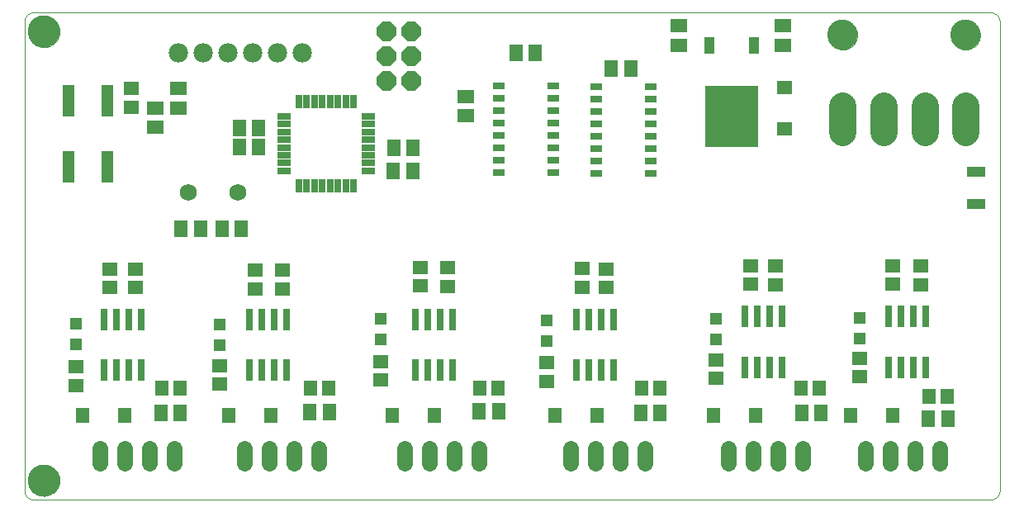
<source format=gts>
G75*
%MOIN*%
%OFA0B0*%
%FSLAX24Y24*%
%IPPOS*%
%LPD*%
%AMOC8*
5,1,8,0,0,1.08239X$1,22.5*
%
%ADD10C,0.0000*%
%ADD11C,0.1300*%
%ADD12R,0.0276X0.0906*%
%ADD13R,0.0540X0.0619*%
%ADD14R,0.0512X0.0512*%
%ADD15R,0.0631X0.0552*%
%ADD16C,0.0640*%
%ADD17R,0.0552X0.0631*%
%ADD18R,0.0552X0.0670*%
%ADD19R,0.0540X0.0260*%
%ADD20R,0.0260X0.0540*%
%ADD21C,0.0690*%
%ADD22OC8,0.0780*%
%ADD23R,0.0512X0.1300*%
%ADD24C,0.0780*%
%ADD25R,0.0670X0.0552*%
%ADD26R,0.0434X0.0670*%
%ADD27R,0.2166X0.2481*%
%ADD28C,0.1221*%
%ADD29C,0.1103*%
%ADD30R,0.0619X0.0540*%
%ADD31R,0.0512X0.0276*%
%ADD32R,0.0749X0.0434*%
D10*
X000754Y002824D02*
X039336Y002824D01*
X039375Y002826D01*
X039413Y002832D01*
X039450Y002841D01*
X039487Y002854D01*
X039522Y002871D01*
X039555Y002890D01*
X039586Y002913D01*
X039615Y002939D01*
X039641Y002968D01*
X039664Y002999D01*
X039683Y003032D01*
X039700Y003067D01*
X039713Y003104D01*
X039722Y003141D01*
X039728Y003179D01*
X039730Y003218D01*
X039730Y022115D01*
X039728Y022154D01*
X039722Y022192D01*
X039713Y022229D01*
X039700Y022266D01*
X039683Y022301D01*
X039664Y022334D01*
X039641Y022365D01*
X039615Y022394D01*
X039586Y022420D01*
X039555Y022443D01*
X039522Y022462D01*
X039487Y022479D01*
X039450Y022492D01*
X039413Y022501D01*
X039375Y022507D01*
X039336Y022509D01*
X000754Y022509D01*
X000715Y022507D01*
X000677Y022501D01*
X000640Y022492D01*
X000603Y022479D01*
X000568Y022462D01*
X000535Y022443D01*
X000504Y022420D01*
X000475Y022394D01*
X000449Y022365D01*
X000426Y022334D01*
X000407Y022301D01*
X000390Y022266D01*
X000377Y022229D01*
X000368Y022192D01*
X000362Y022154D01*
X000360Y022115D01*
X000360Y003218D01*
X000362Y003179D01*
X000368Y003141D01*
X000377Y003104D01*
X000390Y003067D01*
X000407Y003032D01*
X000426Y002999D01*
X000449Y002968D01*
X000475Y002939D01*
X000504Y002913D01*
X000535Y002890D01*
X000568Y002871D01*
X000603Y002854D01*
X000640Y002841D01*
X000677Y002832D01*
X000715Y002826D01*
X000754Y002824D01*
X000517Y003611D02*
X000519Y003661D01*
X000525Y003711D01*
X000535Y003760D01*
X000549Y003808D01*
X000566Y003855D01*
X000587Y003900D01*
X000612Y003944D01*
X000640Y003985D01*
X000672Y004024D01*
X000706Y004061D01*
X000743Y004095D01*
X000783Y004125D01*
X000825Y004152D01*
X000869Y004176D01*
X000915Y004197D01*
X000962Y004213D01*
X001010Y004226D01*
X001060Y004235D01*
X001109Y004240D01*
X001160Y004241D01*
X001210Y004238D01*
X001259Y004231D01*
X001308Y004220D01*
X001356Y004205D01*
X001402Y004187D01*
X001447Y004165D01*
X001490Y004139D01*
X001531Y004110D01*
X001570Y004078D01*
X001606Y004043D01*
X001638Y004005D01*
X001668Y003965D01*
X001695Y003922D01*
X001718Y003878D01*
X001737Y003832D01*
X001753Y003784D01*
X001765Y003735D01*
X001773Y003686D01*
X001777Y003636D01*
X001777Y003586D01*
X001773Y003536D01*
X001765Y003487D01*
X001753Y003438D01*
X001737Y003390D01*
X001718Y003344D01*
X001695Y003300D01*
X001668Y003257D01*
X001638Y003217D01*
X001606Y003179D01*
X001570Y003144D01*
X001531Y003112D01*
X001490Y003083D01*
X001447Y003057D01*
X001402Y003035D01*
X001356Y003017D01*
X001308Y003002D01*
X001259Y002991D01*
X001210Y002984D01*
X001160Y002981D01*
X001109Y002982D01*
X001060Y002987D01*
X001010Y002996D01*
X000962Y003009D01*
X000915Y003025D01*
X000869Y003046D01*
X000825Y003070D01*
X000783Y003097D01*
X000743Y003127D01*
X000706Y003161D01*
X000672Y003198D01*
X000640Y003237D01*
X000612Y003278D01*
X000587Y003322D01*
X000566Y003367D01*
X000549Y003414D01*
X000535Y003462D01*
X000525Y003511D01*
X000519Y003561D01*
X000517Y003611D01*
X000517Y021722D02*
X000519Y021772D01*
X000525Y021822D01*
X000535Y021871D01*
X000549Y021919D01*
X000566Y021966D01*
X000587Y022011D01*
X000612Y022055D01*
X000640Y022096D01*
X000672Y022135D01*
X000706Y022172D01*
X000743Y022206D01*
X000783Y022236D01*
X000825Y022263D01*
X000869Y022287D01*
X000915Y022308D01*
X000962Y022324D01*
X001010Y022337D01*
X001060Y022346D01*
X001109Y022351D01*
X001160Y022352D01*
X001210Y022349D01*
X001259Y022342D01*
X001308Y022331D01*
X001356Y022316D01*
X001402Y022298D01*
X001447Y022276D01*
X001490Y022250D01*
X001531Y022221D01*
X001570Y022189D01*
X001606Y022154D01*
X001638Y022116D01*
X001668Y022076D01*
X001695Y022033D01*
X001718Y021989D01*
X001737Y021943D01*
X001753Y021895D01*
X001765Y021846D01*
X001773Y021797D01*
X001777Y021747D01*
X001777Y021697D01*
X001773Y021647D01*
X001765Y021598D01*
X001753Y021549D01*
X001737Y021501D01*
X001718Y021455D01*
X001695Y021411D01*
X001668Y021368D01*
X001638Y021328D01*
X001606Y021290D01*
X001570Y021255D01*
X001531Y021223D01*
X001490Y021194D01*
X001447Y021168D01*
X001402Y021146D01*
X001356Y021128D01*
X001308Y021113D01*
X001259Y021102D01*
X001210Y021095D01*
X001160Y021092D01*
X001109Y021093D01*
X001060Y021098D01*
X001010Y021107D01*
X000962Y021120D01*
X000915Y021136D01*
X000869Y021157D01*
X000825Y021181D01*
X000783Y021208D01*
X000743Y021238D01*
X000706Y021272D01*
X000672Y021309D01*
X000640Y021348D01*
X000612Y021389D01*
X000587Y021433D01*
X000566Y021478D01*
X000549Y021525D01*
X000535Y021573D01*
X000525Y021622D01*
X000519Y021672D01*
X000517Y021722D01*
X032795Y021590D02*
X032797Y021638D01*
X032803Y021686D01*
X032813Y021733D01*
X032826Y021779D01*
X032844Y021824D01*
X032864Y021868D01*
X032889Y021910D01*
X032917Y021949D01*
X032947Y021986D01*
X032981Y022020D01*
X033018Y022052D01*
X033056Y022081D01*
X033097Y022106D01*
X033140Y022128D01*
X033185Y022146D01*
X033231Y022160D01*
X033278Y022171D01*
X033326Y022178D01*
X033374Y022181D01*
X033422Y022180D01*
X033470Y022175D01*
X033518Y022166D01*
X033564Y022154D01*
X033609Y022137D01*
X033653Y022117D01*
X033695Y022094D01*
X033735Y022067D01*
X033773Y022037D01*
X033808Y022004D01*
X033840Y021968D01*
X033870Y021930D01*
X033896Y021889D01*
X033918Y021846D01*
X033938Y021802D01*
X033953Y021757D01*
X033965Y021710D01*
X033973Y021662D01*
X033977Y021614D01*
X033977Y021566D01*
X033973Y021518D01*
X033965Y021470D01*
X033953Y021423D01*
X033938Y021378D01*
X033918Y021334D01*
X033896Y021291D01*
X033870Y021250D01*
X033840Y021212D01*
X033808Y021176D01*
X033773Y021143D01*
X033735Y021113D01*
X033695Y021086D01*
X033653Y021063D01*
X033609Y021043D01*
X033564Y021026D01*
X033518Y021014D01*
X033470Y021005D01*
X033422Y021000D01*
X033374Y020999D01*
X033326Y021002D01*
X033278Y021009D01*
X033231Y021020D01*
X033185Y021034D01*
X033140Y021052D01*
X033097Y021074D01*
X033056Y021099D01*
X033018Y021128D01*
X032981Y021160D01*
X032947Y021194D01*
X032917Y021231D01*
X032889Y021270D01*
X032864Y021312D01*
X032844Y021356D01*
X032826Y021401D01*
X032813Y021447D01*
X032803Y021494D01*
X032797Y021542D01*
X032795Y021590D01*
X037755Y021590D02*
X037757Y021638D01*
X037763Y021686D01*
X037773Y021733D01*
X037786Y021779D01*
X037804Y021824D01*
X037824Y021868D01*
X037849Y021910D01*
X037877Y021949D01*
X037907Y021986D01*
X037941Y022020D01*
X037978Y022052D01*
X038016Y022081D01*
X038057Y022106D01*
X038100Y022128D01*
X038145Y022146D01*
X038191Y022160D01*
X038238Y022171D01*
X038286Y022178D01*
X038334Y022181D01*
X038382Y022180D01*
X038430Y022175D01*
X038478Y022166D01*
X038524Y022154D01*
X038569Y022137D01*
X038613Y022117D01*
X038655Y022094D01*
X038695Y022067D01*
X038733Y022037D01*
X038768Y022004D01*
X038800Y021968D01*
X038830Y021930D01*
X038856Y021889D01*
X038878Y021846D01*
X038898Y021802D01*
X038913Y021757D01*
X038925Y021710D01*
X038933Y021662D01*
X038937Y021614D01*
X038937Y021566D01*
X038933Y021518D01*
X038925Y021470D01*
X038913Y021423D01*
X038898Y021378D01*
X038878Y021334D01*
X038856Y021291D01*
X038830Y021250D01*
X038800Y021212D01*
X038768Y021176D01*
X038733Y021143D01*
X038695Y021113D01*
X038655Y021086D01*
X038613Y021063D01*
X038569Y021043D01*
X038524Y021026D01*
X038478Y021014D01*
X038430Y021005D01*
X038382Y021000D01*
X038334Y020999D01*
X038286Y021002D01*
X038238Y021009D01*
X038191Y021020D01*
X038145Y021034D01*
X038100Y021052D01*
X038057Y021074D01*
X038016Y021099D01*
X037978Y021128D01*
X037941Y021160D01*
X037907Y021194D01*
X037877Y021231D01*
X037849Y021270D01*
X037824Y021312D01*
X037804Y021356D01*
X037786Y021401D01*
X037773Y021447D01*
X037763Y021494D01*
X037757Y021542D01*
X037755Y021590D01*
D11*
X001147Y021722D03*
X001147Y003611D03*
D12*
X003573Y008054D03*
X004073Y008054D03*
X004573Y008054D03*
X005073Y008054D03*
X005073Y010101D03*
X004573Y010101D03*
X004073Y010101D03*
X003573Y010101D03*
X009450Y010101D03*
X009950Y010101D03*
X010450Y010101D03*
X010950Y010101D03*
X010950Y008054D03*
X010450Y008054D03*
X009950Y008054D03*
X009450Y008054D03*
X016140Y008054D03*
X016640Y008054D03*
X017140Y008054D03*
X017640Y008054D03*
X017640Y010101D03*
X017140Y010101D03*
X016640Y010101D03*
X016140Y010101D03*
X022650Y010101D03*
X023150Y010101D03*
X023650Y010101D03*
X024150Y010101D03*
X024150Y008054D03*
X023650Y008054D03*
X023150Y008054D03*
X022650Y008054D03*
X029430Y008174D03*
X029930Y008174D03*
X030430Y008174D03*
X030930Y008174D03*
X030930Y010221D03*
X030430Y010221D03*
X029930Y010221D03*
X029430Y010221D03*
X035250Y010221D03*
X035750Y010221D03*
X036250Y010221D03*
X036750Y010221D03*
X036750Y008174D03*
X036250Y008174D03*
X035750Y008174D03*
X035250Y008174D03*
D13*
X035399Y006248D03*
X033706Y006248D03*
X029879Y006248D03*
X028186Y006248D03*
X023459Y006248D03*
X021766Y006248D03*
X016899Y006248D03*
X015206Y006248D03*
X010306Y006248D03*
X008614Y006248D03*
X004412Y006248D03*
X002719Y006248D03*
D14*
X002450Y009114D03*
X002450Y009941D03*
X008240Y009901D03*
X008240Y009074D03*
X014740Y009294D03*
X014740Y010121D03*
X021440Y010054D03*
X021440Y009227D03*
X028270Y009314D03*
X028270Y010141D03*
X034060Y010174D03*
X034060Y009347D03*
D15*
X034060Y008532D03*
X034060Y007784D03*
X028280Y007724D03*
X028280Y008472D03*
X023850Y011394D03*
X022890Y011404D03*
X022890Y012152D03*
X023850Y012142D03*
X029660Y012264D03*
X030680Y012262D03*
X030680Y011514D03*
X029660Y011516D03*
X035410Y011524D03*
X035410Y012272D03*
X036550Y012262D03*
X036550Y011514D03*
X021450Y008352D03*
X021450Y007604D03*
X017440Y011444D03*
X016330Y011464D03*
X017440Y012192D03*
X016330Y012212D03*
X010760Y012092D03*
X010760Y011344D03*
X009680Y011334D03*
X009680Y012082D03*
X004850Y012132D03*
X004850Y011384D03*
X003820Y011384D03*
X003820Y012132D03*
X008240Y008232D03*
X008240Y007484D03*
X002430Y007444D03*
X002430Y008192D03*
X014730Y008412D03*
X014730Y007664D03*
X004660Y018680D03*
X004660Y019428D03*
D16*
X004397Y004896D02*
X004397Y004296D01*
X005397Y004296D02*
X005397Y004896D01*
X006397Y004896D02*
X006397Y004296D01*
X009243Y004296D02*
X009243Y004896D01*
X010243Y004896D02*
X010243Y004296D01*
X011243Y004296D02*
X011243Y004896D01*
X012243Y004896D02*
X012243Y004296D01*
X015695Y004296D02*
X015695Y004896D01*
X016695Y004896D02*
X016695Y004296D01*
X017695Y004296D02*
X017695Y004896D01*
X018695Y004896D02*
X018695Y004296D01*
X022422Y004296D02*
X022422Y004896D01*
X023422Y004896D02*
X023422Y004296D01*
X024422Y004296D02*
X024422Y004896D01*
X025422Y004896D02*
X025422Y004296D01*
X028781Y004296D02*
X028781Y004896D01*
X029781Y004896D02*
X029781Y004296D01*
X030781Y004296D02*
X030781Y004896D01*
X031781Y004896D02*
X031781Y004296D01*
X034293Y004296D02*
X034293Y004896D01*
X035293Y004896D02*
X035293Y004296D01*
X036293Y004296D02*
X036293Y004896D01*
X037293Y004896D02*
X037293Y004296D01*
X003397Y004296D02*
X003397Y004896D01*
D17*
X005906Y007318D03*
X006654Y007318D03*
X011906Y007338D03*
X012654Y007338D03*
X018736Y007338D03*
X019484Y007338D03*
X025266Y007338D03*
X026014Y007338D03*
X031706Y007328D03*
X032454Y007328D03*
X036866Y006994D03*
X037614Y006994D03*
D18*
X037644Y006084D03*
X036856Y006084D03*
X032514Y006318D03*
X031726Y006318D03*
X026024Y006338D03*
X025236Y006338D03*
X019504Y006388D03*
X018716Y006388D03*
X012664Y006378D03*
X011876Y006378D03*
X006654Y006318D03*
X005866Y006318D03*
X006686Y013764D03*
X007474Y013764D03*
X008336Y013774D03*
X009124Y013774D03*
X009036Y017054D03*
X009824Y017054D03*
X009824Y017834D03*
X009036Y017834D03*
X015266Y017044D03*
X016054Y017044D03*
X016044Y016084D03*
X015256Y016084D03*
X020196Y020854D03*
X020984Y020854D03*
X024046Y020234D03*
X024834Y020234D03*
D19*
X014230Y018306D03*
X014230Y017991D03*
X014230Y017676D03*
X014230Y017361D03*
X014230Y017047D03*
X014230Y016732D03*
X014230Y016417D03*
X014230Y016102D03*
X010850Y016102D03*
X010850Y016417D03*
X010850Y016732D03*
X010850Y017047D03*
X010850Y017361D03*
X010850Y017676D03*
X010850Y017991D03*
X010850Y018306D03*
D20*
X011438Y018894D03*
X011753Y018894D03*
X012068Y018894D03*
X012383Y018894D03*
X012697Y018894D03*
X013012Y018894D03*
X013327Y018894D03*
X013642Y018894D03*
X013642Y015514D03*
X013327Y015514D03*
X013012Y015514D03*
X012697Y015514D03*
X012383Y015514D03*
X012068Y015514D03*
X011753Y015514D03*
X011438Y015514D03*
D21*
X008990Y015234D03*
X006990Y015234D03*
D22*
X014980Y019724D03*
X015980Y019724D03*
X015980Y020724D03*
X014980Y020724D03*
X014980Y021724D03*
X015980Y021724D03*
D23*
X003707Y018943D03*
X002133Y018943D03*
X002133Y016265D03*
X003707Y016265D03*
D24*
X006569Y020864D03*
X007569Y020864D03*
X008569Y020864D03*
X009569Y020864D03*
X010569Y020864D03*
X011569Y020864D03*
D25*
X006560Y019418D03*
X006560Y018630D03*
X005640Y018638D03*
X005640Y017850D03*
X018170Y018320D03*
X018170Y019108D03*
X026790Y021170D03*
X026790Y021958D03*
X030990Y021968D03*
X030990Y021180D03*
D26*
X029798Y021174D03*
X028002Y021174D03*
D27*
X028900Y018300D03*
D28*
X033386Y021590D03*
X038346Y021590D03*
D29*
X038346Y018716D02*
X038346Y017653D01*
X036693Y017653D02*
X036693Y018716D01*
X035039Y018716D02*
X035039Y017653D01*
X033386Y017653D02*
X033386Y018716D01*
D30*
X031030Y019480D03*
X031030Y017788D03*
D31*
X025633Y017996D03*
X025633Y017496D03*
X025633Y016996D03*
X025633Y016496D03*
X025633Y015996D03*
X023428Y015996D03*
X023428Y016496D03*
X023428Y016996D03*
X023428Y017496D03*
X023428Y017996D03*
X023428Y018496D03*
X023428Y018996D03*
X023428Y019496D03*
X021716Y019529D03*
X021716Y019029D03*
X021716Y018529D03*
X021716Y018029D03*
X021716Y017529D03*
X021716Y017029D03*
X021716Y016529D03*
X021716Y016029D03*
X019511Y016029D03*
X019511Y016529D03*
X019511Y017029D03*
X019511Y017529D03*
X019511Y018029D03*
X019511Y018529D03*
X019511Y019029D03*
X019511Y019529D03*
X025633Y019496D03*
X025633Y018996D03*
X025633Y018496D03*
D32*
X038760Y016075D03*
X038760Y014773D03*
M02*

</source>
